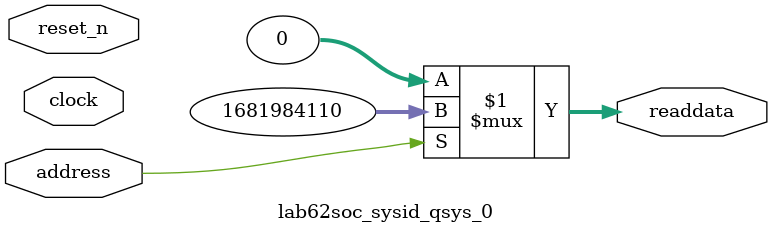
<source format=v>



// synthesis translate_off
`timescale 1ns / 1ps
// synthesis translate_on

// turn off superfluous verilog processor warnings 
// altera message_level Level1 
// altera message_off 10034 10035 10036 10037 10230 10240 10030 

module lab62soc_sysid_qsys_0 (
               // inputs:
                address,
                clock,
                reset_n,

               // outputs:
                readdata
             )
;

  output  [ 31: 0] readdata;
  input            address;
  input            clock;
  input            reset_n;

  wire    [ 31: 0] readdata;
  //control_slave, which is an e_avalon_slave
  assign readdata = address ? 1681984110 : 0;

endmodule



</source>
